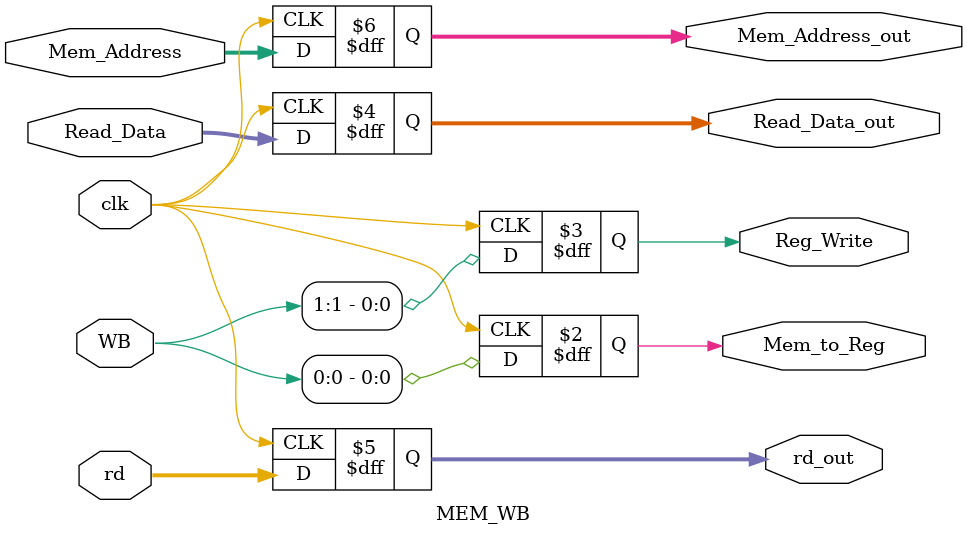
<source format=v>
module MEM_WB
(
    input clk,
    input [1:0] WB,
    output reg Mem_to_Reg, Reg_Write,
    
    input [63:0] Read_Data,
    output reg [63:0] Read_Data_out,
    
    input [4:0] rd,
    output reg [4:0] rd_out,

    input [63:0] Mem_Address,
    output reg [63:0] Mem_Address_out

);

    always@(posedge clk)
    begin
      Mem_to_Reg = WB[0];
      Reg_Write = WB[1];
      
      Read_Data_out = Read_Data;
      rd_out = rd;

      Mem_Address_out = Mem_Address;
    end

endmodule
</source>
